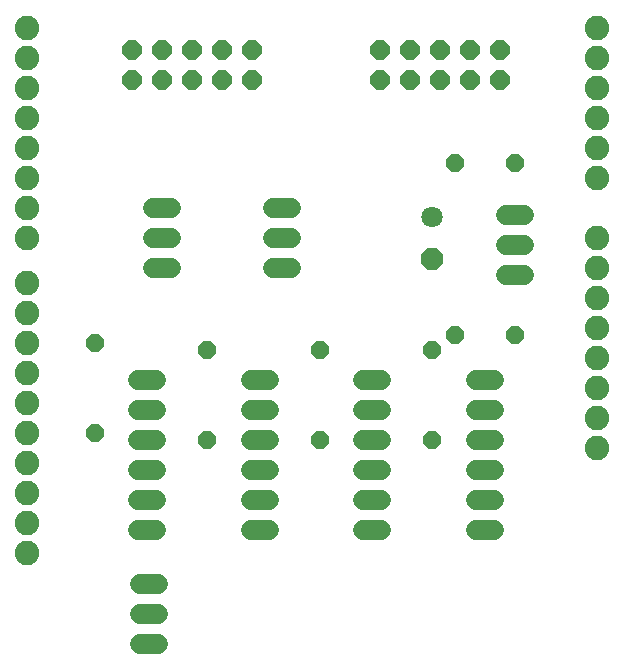
<source format=gbr>
G04 EAGLE Gerber RS-274X export*
G75*
%MOMM*%
%FSLAX34Y34*%
%LPD*%
%INSoldermask Bottom*%
%IPPOS*%
%AMOC8*
5,1,8,0,0,1.08239X$1,22.5*%
G01*
%ADD10C,1.727200*%
%ADD11P,1.649562X8X22.500000*%
%ADD12P,1.951982X8X292.500000*%
%ADD13C,1.803400*%
%ADD14P,1.649562X8X202.500000*%
%ADD15P,1.759533X8X202.500000*%
%ADD16C,2.082800*%
%ADD17P,1.649562X8X292.500000*%


D10*
X405130Y247650D02*
X420370Y247650D01*
X420370Y222250D02*
X405130Y222250D01*
X405130Y196850D02*
X420370Y196850D01*
X420370Y171450D02*
X405130Y171450D01*
X405130Y146050D02*
X420370Y146050D01*
X420370Y120650D02*
X405130Y120650D01*
X325120Y247650D02*
X309880Y247650D01*
X309880Y222250D02*
X325120Y222250D01*
X325120Y196850D02*
X309880Y196850D01*
X309880Y171450D02*
X325120Y171450D01*
X325120Y146050D02*
X309880Y146050D01*
X309880Y120650D02*
X325120Y120650D01*
X229870Y247650D02*
X214630Y247650D01*
X214630Y222250D02*
X229870Y222250D01*
X229870Y196850D02*
X214630Y196850D01*
X214630Y171450D02*
X229870Y171450D01*
X229870Y146050D02*
X214630Y146050D01*
X214630Y120650D02*
X229870Y120650D01*
X134620Y247650D02*
X119380Y247650D01*
X119380Y222250D02*
X134620Y222250D01*
X134620Y196850D02*
X119380Y196850D01*
X119380Y171450D02*
X134620Y171450D01*
X134620Y146050D02*
X119380Y146050D01*
X119380Y120650D02*
X134620Y120650D01*
X430530Y387350D02*
X445770Y387350D01*
X445770Y361950D02*
X430530Y361950D01*
X430530Y336550D02*
X445770Y336550D01*
D11*
X387350Y431800D03*
X438150Y431800D03*
D12*
X368300Y350520D03*
D13*
X368300Y386080D03*
D14*
X438150Y285750D03*
X387350Y285750D03*
D10*
X136144Y24638D02*
X120904Y24638D01*
X120904Y50038D02*
X136144Y50038D01*
X136144Y75438D02*
X120904Y75438D01*
X132080Y393700D02*
X147320Y393700D01*
X147320Y368300D02*
X132080Y368300D01*
X132080Y342900D02*
X147320Y342900D01*
X233680Y393700D02*
X248920Y393700D01*
X248920Y368300D02*
X233680Y368300D01*
X233680Y342900D02*
X248920Y342900D01*
D15*
X215900Y527050D03*
X215900Y501650D03*
X190500Y527050D03*
X190500Y501650D03*
X165100Y527050D03*
X165100Y501650D03*
X139700Y527050D03*
X139700Y501650D03*
X114300Y527050D03*
X114300Y501650D03*
D16*
X508000Y241300D03*
X508000Y266700D03*
X508000Y292100D03*
X508000Y317500D03*
X508000Y342900D03*
X508000Y368300D03*
X508000Y419100D03*
X508000Y444500D03*
X508000Y469900D03*
X508000Y495300D03*
X508000Y520700D03*
X508000Y546100D03*
X25400Y546100D03*
X25400Y520700D03*
X25400Y495300D03*
X25400Y469900D03*
X25400Y444500D03*
X25400Y419100D03*
X25400Y393700D03*
X25400Y368300D03*
X25400Y330200D03*
X25400Y304800D03*
X25400Y279400D03*
X25400Y254000D03*
X25400Y228600D03*
X25400Y203200D03*
X25400Y177800D03*
X25400Y152400D03*
X25400Y127000D03*
X25400Y101600D03*
X508000Y215900D03*
X508000Y190500D03*
D15*
X425450Y527050D03*
X425450Y501650D03*
X400050Y527050D03*
X400050Y501650D03*
X374650Y527050D03*
X374650Y501650D03*
X349250Y527050D03*
X349250Y501650D03*
X323850Y527050D03*
X323850Y501650D03*
D17*
X368300Y273050D03*
X368300Y196850D03*
X273050Y273050D03*
X273050Y196850D03*
X177800Y273050D03*
X177800Y196850D03*
X82550Y279400D03*
X82550Y203200D03*
M02*

</source>
